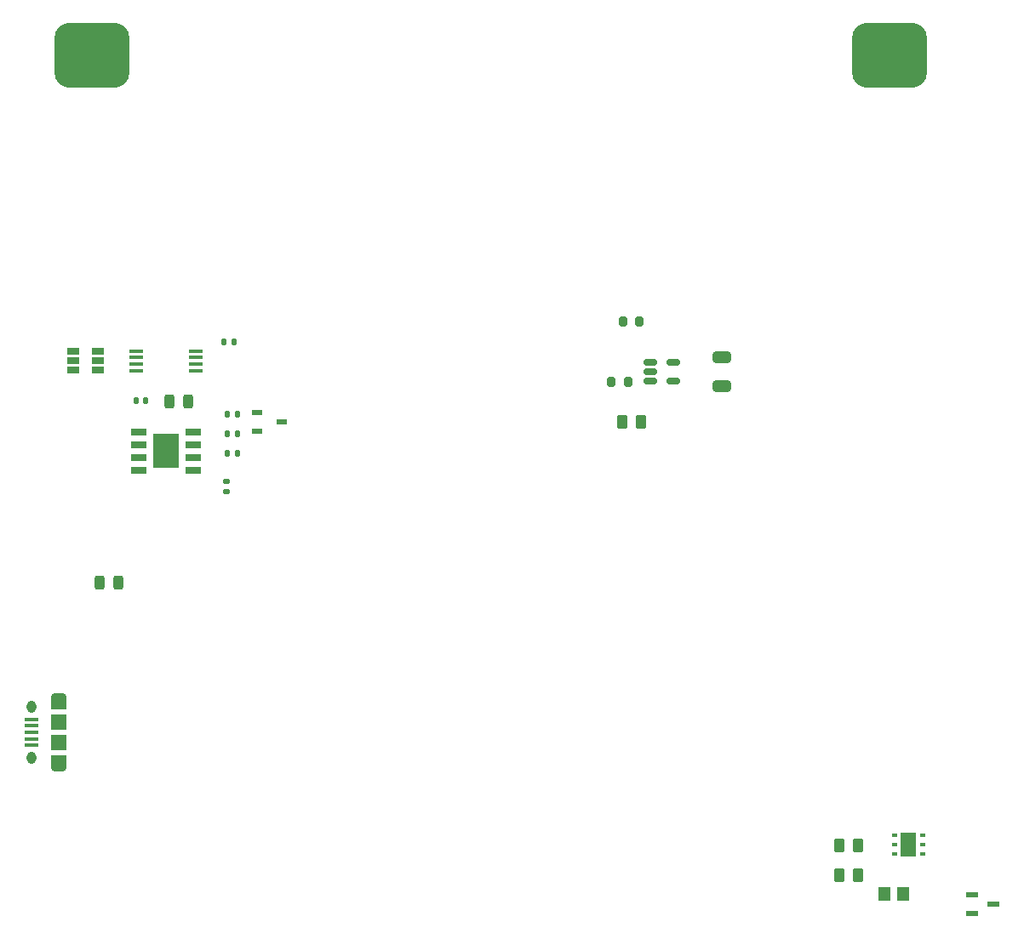
<source format=gbr>
%TF.GenerationSoftware,KiCad,Pcbnew,(7.0.0)*%
%TF.CreationDate,2023-04-14T09:45:01+02:00*%
%TF.ProjectId,overall scematic,6f766572-616c-46c2-9073-63656d617469,rev?*%
%TF.SameCoordinates,Original*%
%TF.FileFunction,Paste,Top*%
%TF.FilePolarity,Positive*%
%FSLAX46Y46*%
G04 Gerber Fmt 4.6, Leading zero omitted, Abs format (unit mm)*
G04 Created by KiCad (PCBNEW (7.0.0)) date 2023-04-14 09:45:01*
%MOMM*%
%LPD*%
G01*
G04 APERTURE LIST*
G04 Aperture macros list*
%AMRoundRect*
0 Rectangle with rounded corners*
0 $1 Rounding radius*
0 $2 $3 $4 $5 $6 $7 $8 $9 X,Y pos of 4 corners*
0 Add a 4 corners polygon primitive as box body*
4,1,4,$2,$3,$4,$5,$6,$7,$8,$9,$2,$3,0*
0 Add four circle primitives for the rounded corners*
1,1,$1+$1,$2,$3*
1,1,$1+$1,$4,$5*
1,1,$1+$1,$6,$7*
1,1,$1+$1,$8,$9*
0 Add four rect primitives between the rounded corners*
20,1,$1+$1,$2,$3,$4,$5,0*
20,1,$1+$1,$4,$5,$6,$7,0*
20,1,$1+$1,$6,$7,$8,$9,0*
20,1,$1+$1,$8,$9,$2,$3,0*%
G04 Aperture macros list end*
%ADD10RoundRect,1.625000X-2.125000X-1.625000X2.125000X-1.625000X2.125000X1.625000X-2.125000X1.625000X0*%
%ADD11R,1.150000X1.450000*%
%ADD12R,1.200000X0.650000*%
%ADD13R,1.475000X0.450000*%
%ADD14R,1.300000X0.600000*%
%ADD15R,1.070003X0.600000*%
%ADD16R,2.513000X3.402000*%
%ADD17R,1.525000X0.700000*%
%ADD18RoundRect,0.140000X-0.140000X-0.170000X0.140000X-0.170000X0.140000X0.170000X-0.140000X0.170000X0*%
%ADD19RoundRect,0.140000X0.170000X-0.140000X0.170000X0.140000X-0.170000X0.140000X-0.170000X-0.140000X0*%
%ADD20RoundRect,0.140000X0.140000X0.170000X-0.140000X0.170000X-0.140000X-0.170000X0.140000X-0.170000X0*%
%ADD21RoundRect,0.250000X0.650000X-0.325000X0.650000X0.325000X-0.650000X0.325000X-0.650000X-0.325000X0*%
%ADD22O,1.550000X0.890000*%
%ADD23O,0.950000X1.250000*%
%ADD24R,1.350000X0.400000*%
%ADD25R,1.550000X1.200000*%
%ADD26R,1.550000X1.500000*%
%ADD27RoundRect,0.243750X-0.243750X-0.456250X0.243750X-0.456250X0.243750X0.456250X-0.243750X0.456250X0*%
%ADD28R,1.500000X2.400000*%
%ADD29R,0.600000X0.400000*%
%ADD30RoundRect,0.150000X-0.512500X-0.150000X0.512500X-0.150000X0.512500X0.150000X-0.512500X0.150000X0*%
%ADD31RoundRect,0.135000X-0.135000X-0.185000X0.135000X-0.185000X0.135000X0.185000X-0.135000X0.185000X0*%
%ADD32RoundRect,0.200000X-0.200000X-0.275000X0.200000X-0.275000X0.200000X0.275000X-0.200000X0.275000X0*%
%ADD33RoundRect,0.250000X-0.262500X-0.450000X0.262500X-0.450000X0.262500X0.450000X-0.262500X0.450000X0*%
G04 APERTURE END LIST*
D10*
%TO.C,BT1*%
X196650000Y-63475000D03*
X117350000Y-63475000D03*
%TD*%
D11*
%TO.C,C5*%
X197999999Y-146999999D03*
X196199999Y-146999999D03*
%TD*%
D12*
%TO.C,IC1*%
X117961999Y-92954999D03*
X117961999Y-93904999D03*
X117961999Y-94854999D03*
X115461999Y-94854999D03*
X115461999Y-93904999D03*
X115461999Y-92954999D03*
%TD*%
D13*
%TO.C,Q1*%
X127649999Y-92929999D03*
X127649999Y-93579999D03*
X127649999Y-94229999D03*
X127649999Y-94879999D03*
X121773999Y-94879999D03*
X121773999Y-94229999D03*
X121773999Y-93579999D03*
X121773999Y-92929999D03*
%TD*%
D14*
%TO.C,U5*%
X206999999Y-147999999D03*
X204899999Y-148949999D03*
X204899999Y-147049999D03*
%TD*%
D15*
%TO.C,U1*%
X136235076Y-99999999D03*
X133764922Y-100949961D03*
X133764922Y-99050037D03*
%TD*%
D16*
%TO.C,J3*%
X124711999Y-102904999D03*
D17*
X127423999Y-100999999D03*
X127423999Y-102269999D03*
X127423999Y-103539999D03*
X127423999Y-104809999D03*
X121999999Y-104809999D03*
X121999999Y-103539999D03*
X121999999Y-102269999D03*
X121999999Y-100999999D03*
%TD*%
D18*
%TO.C,C3*%
X131792000Y-101185000D03*
X130832000Y-101185000D03*
%TD*%
%TO.C,C4*%
X131792000Y-103155000D03*
X130832000Y-103155000D03*
%TD*%
D19*
%TO.C,C6*%
X130712000Y-105945000D03*
X130712000Y-106905000D03*
%TD*%
D18*
%TO.C,C2*%
X131792000Y-99215000D03*
X130832000Y-99215000D03*
%TD*%
D20*
%TO.C,C1*%
X121712000Y-97905000D03*
X122672000Y-97905000D03*
%TD*%
D21*
%TO.C,C10*%
X180000000Y-96475000D03*
X180000000Y-93525000D03*
%TD*%
D22*
%TO.C,J1*%
X113999999Y-134399999D03*
X113999999Y-127399999D03*
D23*
X111299999Y-128399999D03*
X111299999Y-133399999D03*
D24*
X111299999Y-132199999D03*
X111299999Y-131549999D03*
X111299999Y-130899999D03*
X111299999Y-130249999D03*
X111299999Y-129599999D03*
D25*
X113999999Y-133799999D03*
D26*
X113999999Y-129899999D03*
D25*
X113999999Y-127999999D03*
D26*
X113999999Y-131899999D03*
%TD*%
D27*
%TO.C,D1*%
X126937500Y-98000000D03*
X125062500Y-98000000D03*
%TD*%
%TO.C,D2*%
X120000000Y-116000000D03*
X118125000Y-116000000D03*
%TD*%
D28*
%TO.C,U2*%
X198549999Y-142059999D03*
D29*
X199949999Y-141109999D03*
X199949999Y-142059999D03*
X199949999Y-143009999D03*
X197149999Y-143009999D03*
X197149999Y-142059999D03*
X197149999Y-141109999D03*
%TD*%
D30*
%TO.C,U4*%
X172862500Y-94050000D03*
X172862500Y-95000000D03*
X172862500Y-95950000D03*
X175137500Y-95950000D03*
X175137500Y-94050000D03*
%TD*%
D31*
%TO.C,R2*%
X131510000Y-92000000D03*
X130490000Y-92000000D03*
%TD*%
D32*
%TO.C,R10*%
X169000000Y-96000000D03*
X170650000Y-96000000D03*
%TD*%
%TO.C,R11*%
X170175000Y-90000000D03*
X171825000Y-90000000D03*
%TD*%
D33*
%TO.C,R9*%
X170087500Y-100000000D03*
X171912500Y-100000000D03*
%TD*%
%TO.C,R8*%
X193532500Y-145140000D03*
X191707500Y-145140000D03*
%TD*%
%TO.C,R7*%
X193532500Y-142190000D03*
X191707500Y-142190000D03*
%TD*%
M02*

</source>
